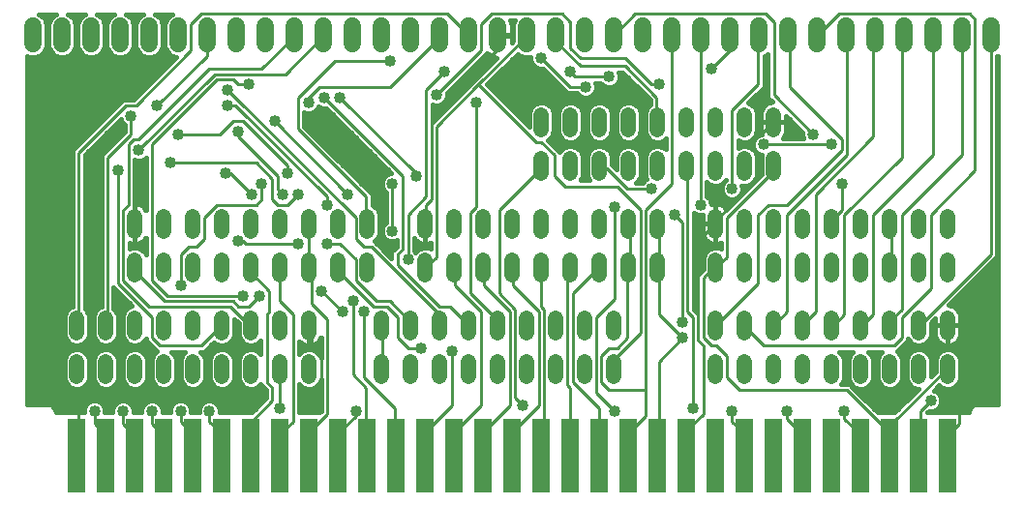
<source format=gbl>
G75*
%MOIN*%
%OFA0B0*%
%FSLAX24Y24*%
%IPPOS*%
%LPD*%
%AMOC8*
5,1,8,0,0,1.08239X$1,22.5*
%
%ADD10R,0.0600X0.2550*%
%ADD11C,0.0520*%
%ADD12C,0.0600*%
%ADD13C,0.0100*%
%ADD14C,0.0400*%
%ADD15C,0.0160*%
D10*
X002180Y001940D03*
X003180Y001940D03*
X004180Y001940D03*
X005180Y001940D03*
X006180Y001940D03*
X007180Y001940D03*
X008180Y001940D03*
X009180Y001940D03*
X010180Y001940D03*
X011180Y001940D03*
X012180Y001940D03*
X013180Y001940D03*
X014180Y001940D03*
X015180Y001940D03*
X016180Y001940D03*
X017180Y001940D03*
X018180Y001940D03*
X019180Y001940D03*
X020180Y001940D03*
X021180Y001940D03*
X022180Y001940D03*
X023180Y001940D03*
X024180Y001940D03*
X025180Y001940D03*
X026180Y001940D03*
X027180Y001940D03*
X028180Y001940D03*
X029180Y001940D03*
X030180Y001940D03*
X031180Y001940D03*
X032180Y001940D03*
D11*
X032180Y004680D02*
X032180Y005200D01*
X031180Y005200D02*
X031180Y004680D01*
X030180Y004680D02*
X030180Y005200D01*
X029180Y005200D02*
X029180Y004680D01*
X028180Y004680D02*
X028180Y005200D01*
X027180Y005200D02*
X027180Y004680D01*
X026180Y004680D02*
X026180Y005200D01*
X025180Y005200D02*
X025180Y004680D01*
X024180Y004680D02*
X024180Y005200D01*
X024180Y006180D02*
X024180Y006700D01*
X025180Y006700D02*
X025180Y006180D01*
X026180Y006180D02*
X026180Y006700D01*
X027180Y006700D02*
X027180Y006180D01*
X028180Y006180D02*
X028180Y006700D01*
X029180Y006700D02*
X029180Y006180D01*
X030180Y006180D02*
X030180Y006700D01*
X031180Y006700D02*
X031180Y006180D01*
X032180Y006180D02*
X032180Y006700D01*
X032180Y008180D02*
X032180Y008700D01*
X031180Y008700D02*
X031180Y008180D01*
X030180Y008180D02*
X030180Y008700D01*
X029180Y008700D02*
X029180Y008180D01*
X028180Y008180D02*
X028180Y008700D01*
X027180Y008700D02*
X027180Y008180D01*
X026180Y008180D02*
X026180Y008700D01*
X025180Y008700D02*
X025180Y008180D01*
X024180Y008180D02*
X024180Y008700D01*
X024180Y009680D02*
X024180Y010200D01*
X025180Y010200D02*
X025180Y009680D01*
X026180Y009680D02*
X026180Y010200D01*
X027180Y010200D02*
X027180Y009680D01*
X028180Y009680D02*
X028180Y010200D01*
X029180Y010200D02*
X029180Y009680D01*
X030180Y009680D02*
X030180Y010200D01*
X031180Y010200D02*
X031180Y009680D01*
X032180Y009680D02*
X032180Y010200D01*
X026180Y011680D02*
X026180Y012200D01*
X025180Y012200D02*
X025180Y011680D01*
X024180Y011680D02*
X024180Y012200D01*
X023180Y012200D02*
X023180Y011680D01*
X022180Y011680D02*
X022180Y012200D01*
X021180Y012200D02*
X021180Y011680D01*
X020180Y011680D02*
X020180Y012200D01*
X019180Y012200D02*
X019180Y011680D01*
X018180Y011680D02*
X018180Y012200D01*
X018180Y013180D02*
X018180Y013700D01*
X019180Y013700D02*
X019180Y013180D01*
X020180Y013180D02*
X020180Y013700D01*
X021180Y013700D02*
X021180Y013180D01*
X022180Y013180D02*
X022180Y013700D01*
X023180Y013700D02*
X023180Y013180D01*
X024180Y013180D02*
X024180Y013700D01*
X025180Y013700D02*
X025180Y013180D01*
X026180Y013180D02*
X026180Y013700D01*
X022180Y010200D02*
X022180Y009680D01*
X021180Y009680D02*
X021180Y010200D01*
X020180Y010200D02*
X020180Y009680D01*
X019180Y009680D02*
X019180Y010200D01*
X018180Y010200D02*
X018180Y009680D01*
X017180Y009680D02*
X017180Y010200D01*
X016180Y010200D02*
X016180Y009680D01*
X015180Y009680D02*
X015180Y010200D01*
X014180Y010200D02*
X014180Y009680D01*
X014180Y008700D02*
X014180Y008180D01*
X015180Y008180D02*
X015180Y008700D01*
X016180Y008700D02*
X016180Y008180D01*
X017180Y008180D02*
X017180Y008700D01*
X018180Y008700D02*
X018180Y008180D01*
X019180Y008180D02*
X019180Y008700D01*
X020180Y008700D02*
X020180Y008180D01*
X021180Y008180D02*
X021180Y008700D01*
X022180Y008700D02*
X022180Y008180D01*
X020680Y006700D02*
X020680Y006180D01*
X019680Y006180D02*
X019680Y006700D01*
X018680Y006700D02*
X018680Y006180D01*
X017680Y006180D02*
X017680Y006700D01*
X016680Y006700D02*
X016680Y006180D01*
X015680Y006180D02*
X015680Y006700D01*
X014680Y006700D02*
X014680Y006180D01*
X013680Y006180D02*
X013680Y006700D01*
X012680Y006700D02*
X012680Y006180D01*
X012680Y005200D02*
X012680Y004680D01*
X013680Y004680D02*
X013680Y005200D01*
X014680Y005200D02*
X014680Y004680D01*
X015680Y004680D02*
X015680Y005200D01*
X016680Y005200D02*
X016680Y004680D01*
X017680Y004680D02*
X017680Y005200D01*
X018680Y005200D02*
X018680Y004680D01*
X019680Y004680D02*
X019680Y005200D01*
X020680Y005200D02*
X020680Y004680D01*
X012180Y008180D02*
X012180Y008700D01*
X011180Y008700D02*
X011180Y008180D01*
X010180Y008180D02*
X010180Y008700D01*
X009180Y008700D02*
X009180Y008180D01*
X008180Y008180D02*
X008180Y008700D01*
X007180Y008700D02*
X007180Y008180D01*
X006180Y008180D02*
X006180Y008700D01*
X005180Y008700D02*
X005180Y008180D01*
X004180Y008180D02*
X004180Y008700D01*
X004180Y009680D02*
X004180Y010200D01*
X005180Y010200D02*
X005180Y009680D01*
X006180Y009680D02*
X006180Y010200D01*
X007180Y010200D02*
X007180Y009680D01*
X008180Y009680D02*
X008180Y010200D01*
X009180Y010200D02*
X009180Y009680D01*
X010180Y009680D02*
X010180Y010200D01*
X011180Y010200D02*
X011180Y009680D01*
X012180Y009680D02*
X012180Y010200D01*
X010180Y006700D02*
X010180Y006180D01*
X009180Y006180D02*
X009180Y006700D01*
X008180Y006700D02*
X008180Y006180D01*
X007180Y006180D02*
X007180Y006700D01*
X006180Y006700D02*
X006180Y006180D01*
X005180Y006180D02*
X005180Y006700D01*
X004180Y006700D02*
X004180Y006180D01*
X003180Y006180D02*
X003180Y006700D01*
X002180Y006700D02*
X002180Y006180D01*
X002180Y005200D02*
X002180Y004680D01*
X003180Y004680D02*
X003180Y005200D01*
X004180Y005200D02*
X004180Y004680D01*
X005180Y004680D02*
X005180Y005200D01*
X006180Y005200D02*
X006180Y004680D01*
X007180Y004680D02*
X007180Y005200D01*
X008180Y005200D02*
X008180Y004680D01*
X009180Y004680D02*
X009180Y005200D01*
X010180Y005200D02*
X010180Y004680D01*
D12*
X009680Y016140D02*
X009680Y016740D01*
X008680Y016740D02*
X008680Y016140D01*
X007680Y016140D02*
X007680Y016740D01*
X006680Y016740D02*
X006680Y016140D01*
X005680Y016140D02*
X005680Y016740D01*
X004680Y016740D02*
X004680Y016140D01*
X003680Y016140D02*
X003680Y016740D01*
X002680Y016740D02*
X002680Y016140D01*
X001680Y016140D02*
X001680Y016740D01*
X000680Y016740D02*
X000680Y016140D01*
X010680Y016140D02*
X010680Y016740D01*
X011680Y016740D02*
X011680Y016140D01*
X012680Y016140D02*
X012680Y016740D01*
X013680Y016740D02*
X013680Y016140D01*
X014680Y016140D02*
X014680Y016740D01*
X015680Y016740D02*
X015680Y016140D01*
X016680Y016140D02*
X016680Y016740D01*
X017680Y016740D02*
X017680Y016140D01*
X018680Y016140D02*
X018680Y016740D01*
X019680Y016740D02*
X019680Y016140D01*
X020680Y016140D02*
X020680Y016740D01*
X021680Y016740D02*
X021680Y016140D01*
X022680Y016140D02*
X022680Y016740D01*
X023680Y016740D02*
X023680Y016140D01*
X024680Y016140D02*
X024680Y016740D01*
X025680Y016740D02*
X025680Y016140D01*
X026680Y016140D02*
X026680Y016740D01*
X027680Y016740D02*
X027680Y016140D01*
X028680Y016140D02*
X028680Y016740D01*
X029680Y016740D02*
X029680Y016140D01*
X030680Y016140D02*
X030680Y016740D01*
X031680Y016740D02*
X031680Y016140D01*
X032680Y016140D02*
X032680Y016740D01*
X033680Y016740D02*
X033680Y016140D01*
D13*
X033660Y016360D02*
X033680Y016440D01*
X033660Y016360D02*
X033660Y008890D01*
X031230Y006460D01*
X031180Y006440D01*
X030600Y006730D02*
X030600Y006010D01*
X030330Y005740D01*
X025830Y005740D01*
X025200Y006370D01*
X025180Y006440D01*
X024210Y006460D02*
X024180Y006440D01*
X024210Y006460D02*
X025650Y007900D01*
X025650Y010240D01*
X026010Y010600D01*
X026640Y010600D01*
X028530Y012490D01*
X028530Y012850D01*
X026730Y014650D01*
X026730Y016360D01*
X026680Y016440D01*
X026190Y016900D02*
X026190Y014380D01*
X027540Y013030D01*
X028170Y012670D02*
X025830Y012670D01*
X025650Y012310D02*
X025470Y012490D01*
X025470Y012850D01*
X025650Y013030D01*
X025740Y013030D01*
X026100Y013390D01*
X026180Y013440D01*
X025650Y014740D02*
X024750Y013840D01*
X024750Y011140D01*
X025650Y011500D02*
X024120Y009970D01*
X024180Y009940D01*
X023580Y009340D01*
X023580Y005920D01*
X023760Y005740D01*
X023760Y003400D01*
X023220Y002860D01*
X023220Y001960D01*
X023180Y001940D01*
X022230Y001960D02*
X022180Y001940D01*
X022230Y001960D02*
X022230Y005200D01*
X023040Y006010D01*
X022230Y006820D01*
X022230Y008440D01*
X022180Y008440D01*
X022230Y008440D02*
X022230Y009880D01*
X022180Y009940D01*
X022770Y010240D02*
X023040Y009970D01*
X023040Y006550D01*
X023400Y006730D02*
X023400Y003580D01*
X024750Y003490D02*
X024750Y003130D01*
X025110Y002770D01*
X025110Y001960D01*
X025180Y001940D01*
X026640Y003220D02*
X027180Y002680D01*
X027180Y001940D01*
X028620Y003220D02*
X029160Y002680D01*
X029160Y001960D01*
X029180Y001940D01*
X030180Y001940D02*
X030240Y003040D01*
X029880Y003040D01*
X028710Y004210D01*
X025020Y004210D01*
X024570Y004660D01*
X024570Y005380D01*
X024210Y005740D01*
X024030Y005740D01*
X023760Y006010D01*
X023760Y008080D01*
X024120Y008440D01*
X024180Y008440D01*
X024210Y008440D01*
X024570Y008800D01*
X024570Y010150D01*
X026100Y011680D01*
X026100Y011860D01*
X026180Y011940D01*
X025650Y012310D02*
X025650Y011500D01*
X027630Y010960D02*
X027630Y006910D01*
X027180Y006460D01*
X027180Y006440D01*
X026640Y006910D02*
X026190Y006460D01*
X026180Y006440D01*
X026640Y006910D02*
X026640Y010240D01*
X028710Y012310D01*
X028710Y016360D01*
X028680Y016440D01*
X029610Y016360D02*
X029680Y016440D01*
X029610Y016360D02*
X029610Y012940D01*
X027630Y010960D01*
X028530Y011320D02*
X028530Y010420D01*
X028260Y010150D01*
X028260Y009970D01*
X028180Y009940D01*
X028620Y010240D02*
X028620Y006820D01*
X028260Y006460D01*
X028180Y006440D01*
X029180Y006440D02*
X029250Y006460D01*
X029610Y006820D01*
X029610Y010240D01*
X031680Y012310D01*
X031680Y016440D01*
X030680Y016440D02*
X030600Y016360D01*
X030600Y012220D01*
X028620Y010240D01*
X030180Y009940D02*
X030240Y009880D01*
X030240Y008440D01*
X030180Y008440D01*
X031590Y007720D02*
X030600Y006730D01*
X030600Y007000D02*
X030240Y006640D01*
X030240Y006460D01*
X030180Y006440D01*
X030600Y007000D02*
X030600Y010240D01*
X032670Y012310D01*
X032670Y016360D01*
X032680Y016440D01*
X033120Y016990D02*
X033120Y011770D01*
X031590Y010240D01*
X031590Y007720D01*
X032180Y006440D02*
X032220Y006370D01*
X032220Y005740D01*
X030870Y005740D01*
X030780Y005650D01*
X032220Y005740D02*
X032580Y005380D01*
X032580Y003040D01*
X032220Y002680D01*
X032220Y001960D01*
X032180Y001940D01*
X031230Y001960D02*
X031180Y001940D01*
X031230Y001960D02*
X031230Y003490D01*
X031590Y003850D01*
X032130Y004930D02*
X030240Y003040D01*
X030240Y001960D01*
X030180Y001940D01*
X028620Y003220D02*
X028620Y003490D01*
X026640Y003490D02*
X026640Y003220D01*
X021780Y003310D02*
X021240Y002770D01*
X021240Y001960D01*
X021180Y001940D01*
X020180Y001940D02*
X020160Y001960D01*
X020160Y003580D01*
X019260Y004480D01*
X019260Y007540D01*
X020160Y008440D01*
X020180Y008440D01*
X019180Y008440D02*
X019170Y008440D01*
X019080Y008350D01*
X019080Y004390D01*
X019170Y004300D01*
X019170Y001960D01*
X019180Y001940D01*
X018270Y002050D02*
X018180Y001960D01*
X018180Y001940D01*
X018270Y002050D02*
X018270Y007000D01*
X018180Y007090D01*
X018180Y008440D01*
X017190Y008440D02*
X017190Y007810D01*
X018090Y006910D01*
X018090Y003670D01*
X017190Y002770D01*
X017190Y001960D01*
X017180Y001940D01*
X016200Y001960D02*
X016180Y001940D01*
X016200Y001960D02*
X016200Y002770D01*
X017100Y003670D01*
X017100Y006910D01*
X016200Y007810D01*
X016200Y008440D01*
X016180Y008440D01*
X015210Y008440D02*
X015210Y007810D01*
X016110Y006910D01*
X016110Y003670D01*
X015210Y002770D01*
X015210Y001960D01*
X015180Y001940D01*
X014220Y001960D02*
X014180Y001940D01*
X014220Y001960D02*
X014220Y002770D01*
X015120Y003670D01*
X015120Y005560D01*
X014040Y005650D02*
X013590Y005650D01*
X013230Y006010D01*
X013230Y006730D01*
X012870Y007090D01*
X012420Y007090D01*
X011250Y008260D01*
X011250Y008440D01*
X011180Y008440D01*
X011790Y008710D02*
X011790Y007990D01*
X012510Y007270D01*
X012960Y007270D01*
X013680Y006550D01*
X013680Y006440D01*
X014670Y006460D02*
X014680Y006440D01*
X014670Y006460D02*
X014670Y006820D01*
X012330Y009160D01*
X012060Y009160D01*
X011790Y009430D01*
X011790Y010150D01*
X007380Y014560D01*
X007560Y014920D02*
X007740Y014740D01*
X008100Y014740D01*
X007560Y014920D02*
X007020Y014920D01*
X004770Y012670D01*
X004770Y007990D01*
X005310Y007450D01*
X007920Y007450D01*
X007740Y007090D02*
X007560Y007270D01*
X005220Y007270D01*
X004230Y008260D01*
X004230Y008440D01*
X004180Y008440D01*
X003780Y007990D02*
X004680Y007090D01*
X007470Y007090D01*
X008100Y006460D01*
X008180Y006440D01*
X008730Y006820D02*
X008730Y004480D01*
X008910Y004300D01*
X008910Y003850D01*
X008190Y003130D01*
X008190Y001960D01*
X008180Y001940D01*
X007180Y001940D02*
X007110Y001960D01*
X007110Y002770D01*
X006750Y003130D01*
X006750Y003490D01*
X006120Y002770D02*
X005760Y003130D01*
X005760Y003490D01*
X004770Y003490D02*
X004770Y003040D01*
X005130Y002680D01*
X005130Y001960D01*
X005180Y001940D01*
X006120Y001960D02*
X006180Y001940D01*
X006120Y001960D02*
X006120Y002770D01*
X004140Y002680D02*
X004140Y001960D01*
X004180Y001940D01*
X003180Y001940D02*
X003150Y001960D01*
X003150Y002680D01*
X002790Y003040D01*
X002790Y003490D01*
X002250Y003490D02*
X002250Y001960D01*
X002180Y001940D01*
X003780Y003040D02*
X004140Y002680D01*
X003780Y003040D02*
X003780Y003490D01*
X003600Y004120D02*
X002880Y004120D01*
X002250Y003490D01*
X003600Y004120D02*
X003600Y007270D01*
X003600Y007900D02*
X004770Y006730D01*
X004770Y006010D01*
X005040Y005740D01*
X006480Y005740D01*
X007180Y006440D01*
X007740Y007090D02*
X008100Y007090D01*
X008460Y007450D01*
X008820Y007630D02*
X008820Y006910D01*
X008730Y006820D01*
X009180Y007270D02*
X009630Y006820D01*
X009630Y003130D01*
X009180Y002680D01*
X009180Y001940D01*
X010180Y001940D02*
X010260Y001960D01*
X010260Y002860D01*
X010800Y003400D01*
X010800Y006640D01*
X010260Y007180D01*
X010260Y008440D01*
X010180Y008440D01*
X010170Y008440D01*
X010170Y009880D01*
X010180Y009940D01*
X009810Y009250D02*
X008010Y009250D01*
X007920Y009340D01*
X007740Y009340D01*
X006570Y009430D02*
X006570Y010150D01*
X007020Y010600D01*
X008370Y010600D01*
X008550Y010780D01*
X008550Y011320D01*
X008910Y011500D02*
X008370Y012040D01*
X005400Y012040D01*
X004320Y012490D02*
X006930Y015100D01*
X009360Y015100D01*
X010620Y016360D01*
X010680Y016440D01*
X009680Y016440D02*
X009630Y016360D01*
X008550Y015280D01*
X006750Y015280D01*
X004320Y012850D01*
X004140Y012850D01*
X003960Y012670D01*
X003960Y010600D01*
X003780Y010420D01*
X003780Y007990D01*
X003600Y007900D02*
X003600Y011770D01*
X003240Y012220D02*
X003240Y006460D01*
X003180Y006440D01*
X002250Y006460D02*
X002180Y006440D01*
X002250Y006460D02*
X002250Y012400D01*
X003870Y014020D01*
X004230Y014020D01*
X006120Y015910D01*
X006120Y016810D01*
X006480Y017170D01*
X014940Y017170D01*
X015660Y016450D01*
X015680Y016440D01*
X016110Y016810D02*
X016110Y015910D01*
X014580Y014380D01*
X014220Y014560D02*
X014220Y010870D01*
X013590Y010240D01*
X013590Y008710D01*
X013230Y008530D02*
X014670Y007090D01*
X015030Y007090D01*
X015680Y006440D01*
X016650Y006460D02*
X016680Y006440D01*
X016650Y006460D02*
X016650Y006640D01*
X015750Y007540D01*
X015750Y010330D01*
X015930Y010510D01*
X015930Y014110D01*
X016020Y014740D02*
X018000Y012760D01*
X018180Y012760D01*
X018630Y012310D01*
X018630Y011590D01*
X018990Y011230D01*
X020790Y011230D01*
X021600Y010420D01*
X021600Y006190D01*
X020700Y005290D01*
X020700Y005020D01*
X020680Y004940D01*
X020250Y005380D02*
X020250Y004480D01*
X020520Y004210D01*
X021780Y004210D01*
X021780Y010420D01*
X022680Y011320D01*
X022680Y016440D01*
X023670Y016360D02*
X023680Y016440D01*
X023670Y016360D02*
X023670Y010600D01*
X021960Y011140D02*
X021150Y011140D01*
X020430Y011860D01*
X020250Y011860D01*
X020180Y011940D01*
X018180Y011940D02*
X018180Y011860D01*
X016740Y010420D01*
X016740Y007540D01*
X017280Y007000D01*
X017280Y003940D01*
X017550Y003670D01*
X020070Y004120D02*
X020700Y003490D01*
X021780Y003310D02*
X021780Y004210D01*
X020070Y004120D02*
X020070Y006730D01*
X020700Y007360D01*
X020700Y010510D01*
X021180Y009940D02*
X021240Y009880D01*
X021240Y008440D01*
X021180Y008440D01*
X021150Y008440D01*
X021150Y006010D01*
X020790Y005650D01*
X020520Y005650D01*
X020250Y005380D01*
X023220Y006910D02*
X023400Y006730D01*
X023220Y006910D02*
X023220Y011860D01*
X023180Y011940D01*
X022180Y013440D02*
X022140Y013480D01*
X022140Y014290D01*
X021060Y015370D01*
X019530Y015370D01*
X018720Y016180D01*
X018720Y016360D01*
X018680Y016440D01*
X019170Y016000D02*
X019170Y016900D01*
X018900Y017170D01*
X016470Y017170D01*
X016110Y016810D01*
X016680Y016440D02*
X016650Y016360D01*
X016650Y015910D01*
X014580Y013840D01*
X014400Y013660D01*
X014400Y010780D01*
X014220Y010600D01*
X014220Y009970D01*
X014180Y009940D01*
X013050Y009700D02*
X013050Y011320D01*
X013410Y011590D02*
X013410Y009070D01*
X013230Y008890D01*
X013230Y008530D01*
X014180Y008440D02*
X014220Y008440D01*
X014580Y008800D01*
X014580Y013300D01*
X016020Y014740D01*
X017640Y016360D01*
X017680Y016440D01*
X019170Y016000D02*
X019530Y015640D01*
X021060Y015640D01*
X021960Y014740D01*
X022230Y014740D01*
X021780Y014110D02*
X019170Y014110D01*
X017730Y015550D01*
X017550Y015550D01*
X018180Y015640D02*
X019170Y014650D01*
X019710Y014650D01*
X019350Y015010D02*
X019170Y015190D01*
X019350Y015010D02*
X020520Y015010D01*
X020680Y016440D02*
X020700Y016450D01*
X021420Y017170D01*
X025920Y017170D01*
X026190Y016900D01*
X025680Y016440D02*
X025650Y016360D01*
X025650Y014740D01*
X024660Y015910D02*
X024030Y015280D01*
X024660Y015910D02*
X024660Y016360D01*
X024680Y016440D01*
X027680Y016440D02*
X027720Y016450D01*
X028440Y017170D01*
X032940Y017170D01*
X033120Y016990D01*
X017190Y008440D02*
X017180Y008440D01*
X015210Y008440D02*
X015180Y008440D01*
X012690Y009340D02*
X012690Y011770D01*
X013410Y011590D02*
X010710Y014290D01*
X010530Y014650D02*
X010170Y014290D01*
X010170Y014110D01*
X009810Y014290D02*
X009810Y013210D01*
X012150Y010870D01*
X012150Y009970D01*
X012180Y009940D01*
X011250Y009250D02*
X010800Y009250D01*
X011250Y009250D02*
X011790Y008710D01*
X010620Y007630D02*
X011340Y006910D01*
X011700Y007270D02*
X011700Y004750D01*
X012150Y004300D01*
X012150Y001960D01*
X012180Y001940D01*
X011250Y001960D02*
X011180Y001940D01*
X011250Y001960D02*
X011250Y002770D01*
X011790Y003310D01*
X011790Y003490D01*
X012060Y004660D02*
X013140Y003580D01*
X013140Y001960D01*
X013180Y001940D01*
X009180Y003580D02*
X009180Y004940D01*
X010260Y005740D02*
X010620Y005380D01*
X010620Y004480D01*
X010260Y004120D01*
X008550Y004120D02*
X003600Y004120D01*
X009180Y007270D02*
X009180Y008440D01*
X008820Y007630D02*
X008190Y008260D01*
X008190Y008440D01*
X008180Y008440D01*
X006570Y009430D02*
X006300Y009160D01*
X006030Y009160D01*
X005760Y008890D01*
X005760Y007810D01*
X010180Y006440D02*
X010260Y006370D01*
X010260Y005740D01*
X012060Y004660D02*
X012060Y006910D01*
X012680Y006440D02*
X012690Y006370D01*
X012690Y005020D01*
X012680Y004940D01*
X010800Y010600D02*
X010800Y010870D01*
X007650Y014020D01*
X007380Y014020D01*
X007560Y013480D02*
X007920Y013480D01*
X009450Y011950D01*
X009450Y011680D01*
X009090Y011590D02*
X009090Y011140D01*
X009270Y010960D01*
X008910Y010780D02*
X008910Y011500D01*
X009090Y011590D02*
X007740Y012940D01*
X007740Y013120D01*
X007560Y013480D02*
X007110Y013030D01*
X005670Y013030D01*
X004050Y013030D02*
X003240Y012220D01*
X004050Y013030D02*
X004050Y013660D01*
X004950Y014020D02*
X006660Y015730D01*
X006660Y016360D01*
X006680Y016440D01*
X010530Y014650D02*
X012960Y014650D01*
X014670Y016360D01*
X014680Y016440D01*
X012960Y015550D02*
X011070Y015550D01*
X009810Y014290D01*
X011250Y014290D02*
X013860Y011680D01*
X013860Y011590D01*
X011520Y010960D02*
X009000Y013480D01*
X007470Y011680D02*
X007290Y011680D01*
X007470Y011680D02*
X008190Y010960D01*
X008910Y010780D02*
X009090Y010600D01*
X009450Y010600D01*
X009810Y010960D01*
X014220Y014560D02*
X014850Y015190D01*
X032130Y004930D02*
X032180Y004940D01*
D14*
X030780Y005650D03*
X031590Y003850D03*
X028620Y003490D03*
X026640Y003490D03*
X024750Y003490D03*
X023400Y003580D03*
X020700Y003490D03*
X017550Y003670D03*
X015120Y005560D03*
X014040Y005650D03*
X012060Y006910D03*
X011700Y007270D03*
X011340Y006910D03*
X010620Y007630D03*
X008460Y007450D03*
X007920Y007450D03*
X005760Y007810D03*
X003600Y007270D03*
X007740Y009340D03*
X009810Y009250D03*
X010800Y009250D03*
X012690Y009340D03*
X013050Y009700D03*
X013590Y008710D03*
X010800Y010600D03*
X009810Y010960D03*
X009270Y010960D03*
X008550Y011320D03*
X008190Y010960D03*
X007290Y011680D03*
X005400Y012040D03*
X004320Y012490D03*
X003600Y011770D03*
X005670Y013030D03*
X004050Y013660D03*
X004950Y014020D03*
X007380Y014020D03*
X007380Y014560D03*
X008100Y014740D03*
X010170Y014110D03*
X010710Y014290D03*
X011250Y014290D03*
X012960Y015550D03*
X014850Y015190D03*
X014580Y014380D03*
X014580Y013840D03*
X015930Y014110D03*
X017550Y015550D03*
X018180Y015640D03*
X019170Y015190D03*
X019710Y014650D03*
X020520Y015010D03*
X021780Y014110D03*
X022230Y014740D03*
X024030Y015280D03*
X027540Y013030D03*
X028170Y012670D03*
X025830Y012670D03*
X028530Y011320D03*
X024750Y011140D03*
X023670Y010600D03*
X022770Y010240D03*
X021960Y011140D03*
X020700Y010510D03*
X013860Y011590D03*
X013050Y011320D03*
X012690Y011770D03*
X011520Y010960D03*
X009450Y011680D03*
X007740Y013120D03*
X009000Y013480D03*
X023040Y006550D03*
X023040Y006010D03*
X011790Y003490D03*
X010260Y004120D03*
X009180Y003580D03*
X008550Y004120D03*
X006750Y003490D03*
X005760Y003490D03*
X004770Y003490D03*
X003780Y003490D03*
X002790Y003490D03*
D15*
X003150Y003440D02*
X003150Y003562D01*
X003095Y003694D01*
X002994Y003795D01*
X002862Y003850D01*
X002718Y003850D01*
X002586Y003795D01*
X002485Y003694D01*
X002430Y003562D01*
X002430Y003440D01*
X001460Y003440D01*
X001460Y003496D01*
X001417Y003599D01*
X001339Y003677D01*
X001236Y003720D01*
X000460Y003720D01*
X000460Y015733D01*
X000588Y015680D01*
X000771Y015680D01*
X000941Y015750D01*
X001070Y015879D01*
X001140Y016048D01*
X001140Y016831D01*
X001070Y017001D01*
X000941Y017130D01*
X000878Y017156D01*
X001482Y017156D01*
X001419Y017130D01*
X001290Y017001D01*
X001220Y016831D01*
X001220Y016048D01*
X001290Y015879D01*
X001419Y015750D01*
X001588Y015680D01*
X001771Y015680D01*
X001941Y015750D01*
X002070Y015879D01*
X002140Y016048D01*
X002140Y016831D01*
X002070Y017001D01*
X001941Y017130D01*
X001878Y017156D01*
X002482Y017156D01*
X002419Y017130D01*
X002290Y017001D01*
X002220Y016831D01*
X002220Y016048D01*
X002290Y015879D01*
X002419Y015750D01*
X002588Y015680D01*
X002771Y015680D01*
X002941Y015750D01*
X003070Y015879D01*
X003140Y016048D01*
X003140Y016831D01*
X003070Y017001D01*
X002941Y017130D01*
X002878Y017156D01*
X003482Y017156D01*
X003419Y017130D01*
X003290Y017001D01*
X003220Y016831D01*
X003220Y016048D01*
X003290Y015879D01*
X003419Y015750D01*
X003588Y015680D01*
X003771Y015680D01*
X003941Y015750D01*
X004070Y015879D01*
X004140Y016048D01*
X004140Y016831D01*
X004070Y017001D01*
X003941Y017130D01*
X003878Y017156D01*
X004482Y017156D01*
X004419Y017130D01*
X004290Y017001D01*
X004220Y016831D01*
X004220Y016048D01*
X004290Y015879D01*
X004419Y015750D01*
X004588Y015680D01*
X004771Y015680D01*
X004941Y015750D01*
X005070Y015879D01*
X005140Y016048D01*
X005140Y016831D01*
X005070Y017001D01*
X004941Y017130D01*
X004878Y017156D01*
X005482Y017156D01*
X005419Y017130D01*
X005290Y017001D01*
X005220Y016831D01*
X005220Y016048D01*
X005290Y015879D01*
X005419Y015750D01*
X005588Y015680D01*
X005593Y015680D01*
X004143Y014230D01*
X003783Y014230D01*
X002163Y012610D01*
X002040Y012487D01*
X002040Y007097D01*
X001942Y007056D01*
X001824Y006938D01*
X001760Y006784D01*
X001760Y006096D01*
X001824Y005942D01*
X001942Y005824D01*
X002096Y005760D01*
X002264Y005760D01*
X002418Y005824D01*
X002536Y005942D01*
X002600Y006096D01*
X002600Y006784D01*
X002536Y006938D01*
X002460Y007014D01*
X002460Y012313D01*
X003703Y013556D01*
X003745Y013456D01*
X003840Y013361D01*
X003840Y013117D01*
X003153Y012430D01*
X003030Y012307D01*
X003030Y007092D01*
X002942Y007056D01*
X002824Y006938D01*
X002760Y006784D01*
X002760Y006096D01*
X002824Y005942D01*
X002942Y005824D01*
X003096Y005760D01*
X003264Y005760D01*
X003418Y005824D01*
X003536Y005942D01*
X003600Y006096D01*
X003600Y006784D01*
X003536Y006938D01*
X003450Y007024D01*
X003450Y007753D01*
X004087Y007116D01*
X003942Y007056D01*
X003824Y006938D01*
X003760Y006784D01*
X003760Y006096D01*
X003824Y005942D01*
X003942Y005824D01*
X004096Y005760D01*
X004264Y005760D01*
X004418Y005824D01*
X004536Y005942D01*
X004560Y006000D01*
X004560Y005923D01*
X004830Y005653D01*
X004935Y005548D01*
X004824Y005438D01*
X004760Y005284D01*
X004760Y004596D01*
X004824Y004442D01*
X004942Y004324D01*
X005096Y004260D01*
X005264Y004260D01*
X005418Y004324D01*
X005536Y004442D01*
X005600Y004596D01*
X005600Y005284D01*
X005536Y005438D01*
X005444Y005530D01*
X005916Y005530D01*
X005824Y005438D01*
X005760Y005284D01*
X005760Y004596D01*
X005824Y004442D01*
X005942Y004324D01*
X006096Y004260D01*
X006264Y004260D01*
X006418Y004324D01*
X006536Y004442D01*
X006600Y004596D01*
X006600Y005284D01*
X006536Y005438D01*
X006444Y005530D01*
X006567Y005530D01*
X006902Y005865D01*
X006942Y005824D01*
X007096Y005760D01*
X007264Y005760D01*
X007418Y005824D01*
X007536Y005942D01*
X007600Y006096D01*
X007600Y006663D01*
X007760Y006503D01*
X007760Y006096D01*
X007824Y005942D01*
X007942Y005824D01*
X008096Y005760D01*
X008264Y005760D01*
X008418Y005824D01*
X008520Y005926D01*
X008520Y005454D01*
X008418Y005556D01*
X008264Y005620D01*
X008096Y005620D01*
X007942Y005556D01*
X007824Y005438D01*
X007760Y005284D01*
X007760Y004596D01*
X007824Y004442D01*
X007942Y004324D01*
X008096Y004260D01*
X008264Y004260D01*
X008418Y004324D01*
X008520Y004426D01*
X008520Y004393D01*
X008700Y004213D01*
X008700Y003937D01*
X008203Y003440D01*
X007110Y003440D01*
X007110Y003562D01*
X007055Y003694D01*
X006954Y003795D01*
X006822Y003850D01*
X006678Y003850D01*
X006546Y003795D01*
X006445Y003694D01*
X006390Y003562D01*
X006390Y003440D01*
X006120Y003440D01*
X006120Y003562D01*
X006065Y003694D01*
X005964Y003795D01*
X005832Y003850D01*
X005688Y003850D01*
X005556Y003795D01*
X005455Y003694D01*
X005400Y003562D01*
X005400Y003440D01*
X005130Y003440D01*
X005130Y003562D01*
X005075Y003694D01*
X004974Y003795D01*
X004842Y003850D01*
X004698Y003850D01*
X004566Y003795D01*
X004465Y003694D01*
X004410Y003562D01*
X004410Y003440D01*
X004140Y003440D01*
X004140Y003562D01*
X004085Y003694D01*
X003984Y003795D01*
X003852Y003850D01*
X003708Y003850D01*
X003576Y003795D01*
X003475Y003694D01*
X003420Y003562D01*
X003420Y003440D01*
X003150Y003440D01*
X003150Y003561D02*
X003420Y003561D01*
X003500Y003720D02*
X003070Y003720D01*
X002510Y003720D02*
X001237Y003720D01*
X001433Y003561D02*
X002430Y003561D01*
X002264Y004260D02*
X002418Y004324D01*
X002536Y004442D01*
X002600Y004596D01*
X002600Y005284D01*
X002536Y005438D01*
X002418Y005556D01*
X002264Y005620D01*
X002096Y005620D01*
X001942Y005556D01*
X001824Y005438D01*
X001760Y005284D01*
X001760Y004596D01*
X001824Y004442D01*
X001942Y004324D01*
X002096Y004260D01*
X002264Y004260D01*
X002447Y004354D02*
X002913Y004354D01*
X002942Y004324D02*
X003096Y004260D01*
X003264Y004260D01*
X003418Y004324D01*
X003536Y004442D01*
X003600Y004596D01*
X003600Y005284D01*
X003536Y005438D01*
X003418Y005556D01*
X003264Y005620D01*
X003096Y005620D01*
X002942Y005556D01*
X002824Y005438D01*
X002760Y005284D01*
X002760Y004596D01*
X002824Y004442D01*
X002942Y004324D01*
X002795Y004512D02*
X002565Y004512D01*
X002600Y004671D02*
X002760Y004671D01*
X002760Y004829D02*
X002600Y004829D01*
X002600Y004988D02*
X002760Y004988D01*
X002760Y005146D02*
X002600Y005146D01*
X002591Y005305D02*
X002769Y005305D01*
X002849Y005463D02*
X002511Y005463D01*
X002312Y005780D02*
X003048Y005780D01*
X003312Y005780D02*
X004048Y005780D01*
X004096Y005620D02*
X003942Y005556D01*
X003824Y005438D01*
X003760Y005284D01*
X003760Y004596D01*
X003824Y004442D01*
X003942Y004324D01*
X004096Y004260D01*
X004264Y004260D01*
X004418Y004324D01*
X004536Y004442D01*
X004600Y004596D01*
X004600Y005284D01*
X004536Y005438D01*
X004418Y005556D01*
X004264Y005620D01*
X004096Y005620D01*
X004312Y005780D02*
X004703Y005780D01*
X004560Y005939D02*
X004532Y005939D01*
X004862Y005622D02*
X000460Y005622D01*
X000460Y005780D02*
X002048Y005780D01*
X001828Y005939D02*
X000460Y005939D01*
X000460Y006097D02*
X001760Y006097D01*
X001760Y006256D02*
X000460Y006256D01*
X000460Y006414D02*
X001760Y006414D01*
X001760Y006573D02*
X000460Y006573D01*
X000460Y006731D02*
X001760Y006731D01*
X001804Y006890D02*
X000460Y006890D01*
X000460Y007048D02*
X001934Y007048D01*
X002040Y007207D02*
X000460Y007207D01*
X000460Y007365D02*
X002040Y007365D01*
X002040Y007524D02*
X000460Y007524D01*
X000460Y007682D02*
X002040Y007682D01*
X002040Y007841D02*
X000460Y007841D01*
X000460Y007999D02*
X002040Y007999D01*
X002040Y008158D02*
X000460Y008158D01*
X000460Y008316D02*
X002040Y008316D01*
X002040Y008475D02*
X000460Y008475D01*
X000460Y008633D02*
X002040Y008633D01*
X002040Y008792D02*
X000460Y008792D01*
X000460Y008950D02*
X002040Y008950D01*
X002040Y009109D02*
X000460Y009109D01*
X000460Y009267D02*
X002040Y009267D01*
X002040Y009426D02*
X000460Y009426D01*
X000460Y009584D02*
X002040Y009584D01*
X002040Y009743D02*
X000460Y009743D01*
X000460Y009901D02*
X002040Y009901D01*
X002040Y010060D02*
X000460Y010060D01*
X000460Y010218D02*
X002040Y010218D01*
X002040Y010377D02*
X000460Y010377D01*
X000460Y010535D02*
X002040Y010535D01*
X002040Y010694D02*
X000460Y010694D01*
X000460Y010852D02*
X002040Y010852D01*
X002040Y011011D02*
X000460Y011011D01*
X000460Y011169D02*
X002040Y011169D01*
X002040Y011328D02*
X000460Y011328D01*
X000460Y011486D02*
X002040Y011486D01*
X002040Y011645D02*
X000460Y011645D01*
X000460Y011803D02*
X002040Y011803D01*
X002040Y011962D02*
X000460Y011962D01*
X000460Y012120D02*
X002040Y012120D01*
X002040Y012279D02*
X000460Y012279D01*
X000460Y012437D02*
X002040Y012437D01*
X002149Y012596D02*
X000460Y012596D01*
X000460Y012754D02*
X002307Y012754D01*
X002466Y012913D02*
X000460Y012913D01*
X000460Y013071D02*
X002624Y013071D01*
X002783Y013230D02*
X000460Y013230D01*
X000460Y013388D02*
X002941Y013388D01*
X003100Y013547D02*
X000460Y013547D01*
X000460Y013705D02*
X003258Y013705D01*
X003417Y013864D02*
X000460Y013864D01*
X000460Y014022D02*
X003575Y014022D01*
X003734Y014181D02*
X000460Y014181D01*
X000460Y014339D02*
X004252Y014339D01*
X004411Y014498D02*
X000460Y014498D01*
X000460Y014656D02*
X004569Y014656D01*
X004728Y014815D02*
X000460Y014815D01*
X000460Y014973D02*
X004886Y014973D01*
X005045Y015132D02*
X000460Y015132D01*
X000460Y015290D02*
X005203Y015290D01*
X005362Y015449D02*
X000460Y015449D01*
X000460Y015607D02*
X005520Y015607D01*
X005404Y015766D02*
X004956Y015766D01*
X005088Y015924D02*
X005272Y015924D01*
X005220Y016083D02*
X005140Y016083D01*
X005140Y016241D02*
X005220Y016241D01*
X005220Y016400D02*
X005140Y016400D01*
X005140Y016558D02*
X005220Y016558D01*
X005220Y016717D02*
X005140Y016717D01*
X005122Y016875D02*
X005238Y016875D01*
X005323Y017034D02*
X005037Y017034D01*
X004323Y017034D02*
X004037Y017034D01*
X004122Y016875D02*
X004238Y016875D01*
X004220Y016717D02*
X004140Y016717D01*
X004140Y016558D02*
X004220Y016558D01*
X004220Y016400D02*
X004140Y016400D01*
X004140Y016241D02*
X004220Y016241D01*
X004220Y016083D02*
X004140Y016083D01*
X004088Y015924D02*
X004272Y015924D01*
X004404Y015766D02*
X003956Y015766D01*
X003404Y015766D02*
X002956Y015766D01*
X003088Y015924D02*
X003272Y015924D01*
X003220Y016083D02*
X003140Y016083D01*
X003140Y016241D02*
X003220Y016241D01*
X003220Y016400D02*
X003140Y016400D01*
X003140Y016558D02*
X003220Y016558D01*
X003220Y016717D02*
X003140Y016717D01*
X003122Y016875D02*
X003238Y016875D01*
X003323Y017034D02*
X003037Y017034D01*
X002323Y017034D02*
X002037Y017034D01*
X002122Y016875D02*
X002238Y016875D01*
X002220Y016717D02*
X002140Y016717D01*
X002140Y016558D02*
X002220Y016558D01*
X002220Y016400D02*
X002140Y016400D01*
X002140Y016241D02*
X002220Y016241D01*
X002220Y016083D02*
X002140Y016083D01*
X002088Y015924D02*
X002272Y015924D01*
X002404Y015766D02*
X001956Y015766D01*
X001404Y015766D02*
X000956Y015766D01*
X001088Y015924D02*
X001272Y015924D01*
X001220Y016083D02*
X001140Y016083D01*
X001140Y016241D02*
X001220Y016241D01*
X001220Y016400D02*
X001140Y016400D01*
X001140Y016558D02*
X001220Y016558D01*
X001220Y016717D02*
X001140Y016717D01*
X001122Y016875D02*
X001238Y016875D01*
X001323Y017034D02*
X001037Y017034D01*
X003694Y013547D02*
X003707Y013547D01*
X003813Y013388D02*
X003535Y013388D01*
X003377Y013230D02*
X003840Y013230D01*
X003794Y013071D02*
X003218Y013071D01*
X003060Y012913D02*
X003636Y012913D01*
X003477Y012754D02*
X002901Y012754D01*
X002743Y012596D02*
X003319Y012596D01*
X003160Y012437D02*
X002584Y012437D01*
X002460Y012279D02*
X003030Y012279D01*
X003030Y012120D02*
X002460Y012120D01*
X002460Y011962D02*
X003030Y011962D01*
X003030Y011803D02*
X002460Y011803D01*
X002460Y011645D02*
X003030Y011645D01*
X003030Y011486D02*
X002460Y011486D01*
X002460Y011328D02*
X003030Y011328D01*
X003030Y011169D02*
X002460Y011169D01*
X002460Y011011D02*
X003030Y011011D01*
X003030Y010852D02*
X002460Y010852D01*
X002460Y010694D02*
X003030Y010694D01*
X003030Y010535D02*
X002460Y010535D01*
X002460Y010377D02*
X003030Y010377D01*
X003030Y010218D02*
X002460Y010218D01*
X002460Y010060D02*
X003030Y010060D01*
X003030Y009901D02*
X002460Y009901D01*
X002460Y009743D02*
X003030Y009743D01*
X003030Y009584D02*
X002460Y009584D01*
X002460Y009426D02*
X003030Y009426D01*
X003030Y009267D02*
X002460Y009267D01*
X002460Y009109D02*
X003030Y009109D01*
X003030Y008950D02*
X002460Y008950D01*
X002460Y008792D02*
X003030Y008792D01*
X003030Y008633D02*
X002460Y008633D01*
X002460Y008475D02*
X003030Y008475D01*
X003030Y008316D02*
X002460Y008316D01*
X002460Y008158D02*
X003030Y008158D01*
X003030Y007999D02*
X002460Y007999D01*
X002460Y007841D02*
X003030Y007841D01*
X003030Y007682D02*
X002460Y007682D01*
X002460Y007524D02*
X003030Y007524D01*
X003030Y007365D02*
X002460Y007365D01*
X002460Y007207D02*
X003030Y007207D01*
X002934Y007048D02*
X002460Y007048D01*
X002556Y006890D02*
X002804Y006890D01*
X002760Y006731D02*
X002600Y006731D01*
X002600Y006573D02*
X002760Y006573D01*
X002760Y006414D02*
X002600Y006414D01*
X002600Y006256D02*
X002760Y006256D01*
X002760Y006097D02*
X002600Y006097D01*
X002532Y005939D02*
X002828Y005939D01*
X003532Y005939D02*
X003828Y005939D01*
X003760Y006097D02*
X003600Y006097D01*
X003600Y006256D02*
X003760Y006256D01*
X003760Y006414D02*
X003600Y006414D01*
X003600Y006573D02*
X003760Y006573D01*
X003760Y006731D02*
X003600Y006731D01*
X003556Y006890D02*
X003804Y006890D01*
X003934Y007048D02*
X003450Y007048D01*
X003450Y007207D02*
X003997Y007207D01*
X003838Y007365D02*
X003450Y007365D01*
X003450Y007524D02*
X003680Y007524D01*
X003521Y007682D02*
X003450Y007682D01*
X004560Y008880D02*
X004536Y008938D01*
X004418Y009056D01*
X004264Y009120D01*
X004096Y009120D01*
X003990Y009076D01*
X003990Y009283D01*
X004011Y009272D01*
X004077Y009251D01*
X004145Y009240D01*
X004180Y009240D01*
X004215Y009240D01*
X004283Y009251D01*
X004349Y009272D01*
X004411Y009304D01*
X004467Y009344D01*
X004516Y009393D01*
X004556Y009449D01*
X004560Y009457D01*
X004560Y008880D01*
X004560Y008950D02*
X004524Y008950D01*
X004560Y009109D02*
X004291Y009109D01*
X004333Y009267D02*
X004560Y009267D01*
X004560Y009426D02*
X004539Y009426D01*
X004180Y009426D02*
X004180Y009426D01*
X004180Y009584D02*
X004180Y009584D01*
X004180Y009743D02*
X004180Y009743D01*
X004180Y009901D02*
X004180Y009901D01*
X004180Y009940D02*
X004180Y009240D01*
X004180Y009940D01*
X004180Y009940D01*
X004180Y010640D01*
X004215Y010640D01*
X004283Y010629D01*
X004349Y010608D01*
X004411Y010576D01*
X004467Y010536D01*
X004516Y010487D01*
X004556Y010431D01*
X004560Y010423D01*
X004560Y012221D01*
X004524Y012185D01*
X004392Y012130D01*
X004248Y012130D01*
X004170Y012162D01*
X004170Y010640D01*
X004180Y010640D01*
X004180Y009940D01*
X004180Y009940D01*
X004180Y010060D02*
X004180Y010060D01*
X004180Y010218D02*
X004180Y010218D01*
X004180Y010377D02*
X004180Y010377D01*
X004180Y010535D02*
X004180Y010535D01*
X004170Y010694D02*
X004560Y010694D01*
X004560Y010852D02*
X004170Y010852D01*
X004170Y011011D02*
X004560Y011011D01*
X004560Y011169D02*
X004170Y011169D01*
X004170Y011328D02*
X004560Y011328D01*
X004560Y011486D02*
X004170Y011486D01*
X004170Y011645D02*
X004560Y011645D01*
X004560Y011803D02*
X004170Y011803D01*
X004170Y011962D02*
X004560Y011962D01*
X004560Y012120D02*
X004170Y012120D01*
X004467Y010535D02*
X004560Y010535D01*
X004180Y009267D02*
X004180Y009267D01*
X004027Y009267D02*
X003990Y009267D01*
X003990Y009109D02*
X004069Y009109D01*
X007600Y006573D02*
X007691Y006573D01*
X007760Y006414D02*
X007600Y006414D01*
X007600Y006256D02*
X007760Y006256D01*
X007760Y006097D02*
X007600Y006097D01*
X007532Y005939D02*
X007828Y005939D01*
X008048Y005780D02*
X007312Y005780D01*
X007264Y005620D02*
X007096Y005620D01*
X006942Y005556D01*
X006824Y005438D01*
X006760Y005284D01*
X006760Y004596D01*
X006824Y004442D01*
X006942Y004324D01*
X007096Y004260D01*
X007264Y004260D01*
X007418Y004324D01*
X007536Y004442D01*
X007600Y004596D01*
X007600Y005284D01*
X007536Y005438D01*
X007418Y005556D01*
X007264Y005620D01*
X007048Y005780D02*
X006817Y005780D01*
X006658Y005622D02*
X008520Y005622D01*
X008520Y005780D02*
X008312Y005780D01*
X008511Y005463D02*
X008520Y005463D01*
X007849Y005463D02*
X007511Y005463D01*
X007591Y005305D02*
X007769Y005305D01*
X007760Y005146D02*
X007600Y005146D01*
X007600Y004988D02*
X007760Y004988D01*
X007760Y004829D02*
X007600Y004829D01*
X007600Y004671D02*
X007760Y004671D01*
X007795Y004512D02*
X007565Y004512D01*
X007447Y004354D02*
X007913Y004354D01*
X008447Y004354D02*
X008560Y004354D01*
X008700Y004195D02*
X000460Y004195D01*
X000460Y004037D02*
X008700Y004037D01*
X008641Y003878D02*
X000460Y003878D01*
X000460Y004354D02*
X001913Y004354D01*
X001795Y004512D02*
X000460Y004512D01*
X000460Y004671D02*
X001760Y004671D01*
X001760Y004829D02*
X000460Y004829D01*
X000460Y004988D02*
X001760Y004988D01*
X001760Y005146D02*
X000460Y005146D01*
X000460Y005305D02*
X001769Y005305D01*
X001849Y005463D02*
X000460Y005463D01*
X003447Y004354D02*
X003913Y004354D01*
X003795Y004512D02*
X003565Y004512D01*
X003600Y004671D02*
X003760Y004671D01*
X003760Y004829D02*
X003600Y004829D01*
X003600Y004988D02*
X003760Y004988D01*
X003760Y005146D02*
X003600Y005146D01*
X003591Y005305D02*
X003769Y005305D01*
X003849Y005463D02*
X003511Y005463D01*
X004511Y005463D02*
X004849Y005463D01*
X004769Y005305D02*
X004591Y005305D01*
X004600Y005146D02*
X004760Y005146D01*
X004760Y004988D02*
X004600Y004988D01*
X004600Y004829D02*
X004760Y004829D01*
X004760Y004671D02*
X004600Y004671D01*
X004565Y004512D02*
X004795Y004512D01*
X004913Y004354D02*
X004447Y004354D01*
X004490Y003720D02*
X004060Y003720D01*
X004140Y003561D02*
X004410Y003561D01*
X005050Y003720D02*
X005480Y003720D01*
X005400Y003561D02*
X005130Y003561D01*
X006040Y003720D02*
X006470Y003720D01*
X006390Y003561D02*
X006120Y003561D01*
X007030Y003720D02*
X008483Y003720D01*
X008324Y003561D02*
X007110Y003561D01*
X006913Y004354D02*
X006447Y004354D01*
X006565Y004512D02*
X006795Y004512D01*
X006760Y004671D02*
X006600Y004671D01*
X006600Y004829D02*
X006760Y004829D01*
X006760Y004988D02*
X006600Y004988D01*
X006600Y005146D02*
X006760Y005146D01*
X006769Y005305D02*
X006591Y005305D01*
X006511Y005463D02*
X006849Y005463D01*
X005849Y005463D02*
X005511Y005463D01*
X005591Y005305D02*
X005769Y005305D01*
X005760Y005146D02*
X005600Y005146D01*
X005600Y004988D02*
X005760Y004988D01*
X005760Y004829D02*
X005600Y004829D01*
X005600Y004671D02*
X005760Y004671D01*
X005795Y004512D02*
X005565Y004512D01*
X005447Y004354D02*
X005913Y004354D01*
X009840Y004354D02*
X009913Y004354D01*
X009942Y004324D02*
X010096Y004260D01*
X010264Y004260D01*
X010418Y004324D01*
X010536Y004442D01*
X010590Y004572D01*
X010590Y003487D01*
X010543Y003440D01*
X009840Y003440D01*
X009840Y004426D01*
X009942Y004324D01*
X009840Y004195D02*
X010590Y004195D01*
X010590Y004037D02*
X009840Y004037D01*
X009840Y003878D02*
X010590Y003878D01*
X010590Y003720D02*
X009840Y003720D01*
X009840Y003561D02*
X010590Y003561D01*
X010590Y004354D02*
X010447Y004354D01*
X010565Y004512D02*
X010590Y004512D01*
X010590Y005308D02*
X010536Y005438D01*
X010418Y005556D01*
X010264Y005620D01*
X010096Y005620D01*
X009942Y005556D01*
X009840Y005454D01*
X009840Y005899D01*
X009844Y005893D01*
X009893Y005844D01*
X009949Y005804D01*
X010011Y005772D01*
X010077Y005751D01*
X010145Y005740D01*
X010180Y005740D01*
X010215Y005740D01*
X010283Y005751D01*
X010349Y005772D01*
X010411Y005804D01*
X010467Y005844D01*
X010516Y005893D01*
X010556Y005949D01*
X010588Y006011D01*
X010590Y006018D01*
X010590Y005308D01*
X010590Y005463D02*
X010511Y005463D01*
X010590Y005622D02*
X009840Y005622D01*
X009840Y005780D02*
X009996Y005780D01*
X010180Y005780D02*
X010180Y005780D01*
X010180Y005740D02*
X010180Y006440D01*
X010180Y006440D01*
X010180Y005740D01*
X010364Y005780D02*
X010590Y005780D01*
X010590Y005939D02*
X010548Y005939D01*
X010180Y005939D02*
X010180Y005939D01*
X010180Y006097D02*
X010180Y006097D01*
X010180Y006256D02*
X010180Y006256D01*
X010180Y006414D02*
X010180Y006414D01*
X009849Y005463D02*
X009840Y005463D01*
X013020Y008767D02*
X012440Y009347D01*
X012536Y009442D01*
X012600Y009596D01*
X012600Y010284D01*
X012536Y010438D01*
X012418Y010556D01*
X012360Y010580D01*
X012360Y010957D01*
X012237Y011080D01*
X010020Y013297D01*
X010020Y013782D01*
X010098Y013750D01*
X010242Y013750D01*
X010374Y013805D01*
X010475Y013906D01*
X010508Y013984D01*
X010638Y013930D01*
X010773Y013930D01*
X013023Y011680D01*
X012978Y011680D01*
X012846Y011625D01*
X012745Y011524D01*
X012690Y011392D01*
X012690Y011248D01*
X012745Y011116D01*
X012840Y011021D01*
X012840Y009999D01*
X012745Y009904D01*
X012690Y009772D01*
X012690Y009628D01*
X012745Y009496D01*
X012846Y009395D01*
X012978Y009340D01*
X013122Y009340D01*
X013200Y009372D01*
X013200Y009157D01*
X013143Y009100D01*
X013020Y008977D01*
X013020Y008767D01*
X013020Y008792D02*
X012995Y008792D01*
X013020Y008950D02*
X012837Y008950D01*
X012678Y009109D02*
X013152Y009109D01*
X013200Y009267D02*
X012520Y009267D01*
X012519Y009426D02*
X012815Y009426D01*
X012708Y009584D02*
X012595Y009584D01*
X012600Y009743D02*
X012690Y009743D01*
X012744Y009901D02*
X012600Y009901D01*
X012600Y010060D02*
X012840Y010060D01*
X012840Y010218D02*
X012600Y010218D01*
X012561Y010377D02*
X012840Y010377D01*
X012840Y010535D02*
X012439Y010535D01*
X012360Y010694D02*
X012840Y010694D01*
X012840Y010852D02*
X012360Y010852D01*
X012306Y011011D02*
X012840Y011011D01*
X012723Y011169D02*
X012148Y011169D01*
X011989Y011328D02*
X012690Y011328D01*
X012729Y011486D02*
X011831Y011486D01*
X011672Y011645D02*
X012893Y011645D01*
X012900Y011803D02*
X011514Y011803D01*
X011355Y011962D02*
X012741Y011962D01*
X012583Y012120D02*
X011197Y012120D01*
X011038Y012279D02*
X012424Y012279D01*
X012266Y012437D02*
X010880Y012437D01*
X010721Y012596D02*
X012107Y012596D01*
X011949Y012754D02*
X010563Y012754D01*
X010404Y012913D02*
X011790Y012913D01*
X011632Y013071D02*
X010246Y013071D01*
X010087Y013230D02*
X011473Y013230D01*
X011315Y013388D02*
X010020Y013388D01*
X010020Y013547D02*
X011156Y013547D01*
X010998Y013705D02*
X010020Y013705D01*
X010433Y013864D02*
X010839Y013864D01*
X014430Y013864D02*
X014847Y013864D01*
X014784Y014075D02*
X014885Y014176D01*
X014940Y014308D01*
X014940Y014443D01*
X016319Y015822D01*
X016367Y015774D01*
X016428Y015729D01*
X016496Y015695D01*
X016568Y015672D01*
X016642Y015660D01*
X016643Y015660D01*
X015810Y014827D01*
X014493Y013510D01*
X014430Y013447D01*
X014430Y014052D01*
X014508Y014020D01*
X014652Y014020D01*
X014784Y014075D01*
X014656Y014022D02*
X015005Y014022D01*
X014887Y014181D02*
X015164Y014181D01*
X015322Y014339D02*
X014940Y014339D01*
X014995Y014498D02*
X015481Y014498D01*
X015639Y014656D02*
X015153Y014656D01*
X015312Y014815D02*
X015798Y014815D01*
X015956Y014973D02*
X015470Y014973D01*
X015629Y015132D02*
X016115Y015132D01*
X016273Y015290D02*
X015787Y015290D01*
X015946Y015449D02*
X016432Y015449D01*
X016590Y015607D02*
X016104Y015607D01*
X016263Y015766D02*
X016379Y015766D01*
X017026Y015449D02*
X017870Y015449D01*
X017875Y015436D02*
X017976Y015335D01*
X018108Y015280D01*
X018243Y015280D01*
X019083Y014440D01*
X019411Y014440D01*
X019506Y014345D01*
X019638Y014290D01*
X019782Y014290D01*
X019914Y014345D01*
X020015Y014446D01*
X020070Y014578D01*
X020070Y014722D01*
X020038Y014800D01*
X020221Y014800D01*
X020316Y014705D01*
X020448Y014650D01*
X020592Y014650D01*
X020724Y014705D01*
X020825Y014806D01*
X020880Y014938D01*
X020880Y015082D01*
X020848Y015160D01*
X020973Y015160D01*
X021930Y014203D01*
X021930Y014044D01*
X021824Y013938D01*
X021760Y013784D01*
X021760Y013096D01*
X021824Y012942D01*
X021942Y012824D01*
X022096Y012760D01*
X022264Y012760D01*
X022418Y012824D01*
X022470Y012876D01*
X022470Y012504D01*
X022418Y012556D01*
X022264Y012620D01*
X022096Y012620D01*
X021942Y012556D01*
X021824Y012438D01*
X021760Y012284D01*
X021760Y011596D01*
X021813Y011469D01*
X021756Y011445D01*
X021661Y011350D01*
X021444Y011350D01*
X021536Y011442D01*
X021600Y011596D01*
X021600Y012284D01*
X021536Y012438D01*
X021418Y012556D01*
X021264Y012620D01*
X021096Y012620D01*
X020942Y012556D01*
X020824Y012438D01*
X020760Y012284D01*
X020760Y011827D01*
X020600Y011987D01*
X020600Y012284D01*
X020536Y012438D01*
X020418Y012556D01*
X020264Y012620D01*
X020096Y012620D01*
X019942Y012556D01*
X019824Y012438D01*
X019760Y012284D01*
X019760Y011596D01*
X019824Y011442D01*
X019826Y011440D01*
X019534Y011440D01*
X019536Y011442D01*
X019600Y011596D01*
X019600Y012284D01*
X019536Y012438D01*
X019418Y012556D01*
X019264Y012620D01*
X019096Y012620D01*
X018942Y012556D01*
X018824Y012438D01*
X018817Y012420D01*
X018717Y012520D01*
X018717Y012520D01*
X018414Y012823D01*
X018418Y012824D01*
X018536Y012942D01*
X018600Y013096D01*
X018600Y013784D01*
X018536Y013938D01*
X018418Y014056D01*
X018264Y014120D01*
X018096Y014120D01*
X017942Y014056D01*
X017824Y013938D01*
X017760Y013784D01*
X017760Y013297D01*
X016317Y014740D01*
X017373Y015796D01*
X017419Y015750D01*
X017588Y015680D01*
X017771Y015680D01*
X017820Y015700D01*
X017820Y015568D01*
X017875Y015436D01*
X017820Y015607D02*
X017184Y015607D01*
X017343Y015766D02*
X017404Y015766D01*
X017160Y016177D02*
X017160Y016420D01*
X016700Y016420D01*
X016700Y016460D01*
X017160Y016460D01*
X017160Y016778D01*
X017148Y016852D01*
X017125Y016924D01*
X017107Y016960D01*
X017273Y016960D01*
X017220Y016831D01*
X017220Y016237D01*
X017160Y016177D01*
X017160Y016241D02*
X017220Y016241D01*
X017220Y016400D02*
X017160Y016400D01*
X017160Y016558D02*
X017220Y016558D01*
X017220Y016717D02*
X017160Y016717D01*
X017141Y016875D02*
X017238Y016875D01*
X016867Y015290D02*
X018084Y015290D01*
X018391Y015132D02*
X016709Y015132D01*
X016550Y014973D02*
X018550Y014973D01*
X018708Y014815D02*
X016392Y014815D01*
X016401Y014656D02*
X018867Y014656D01*
X019025Y014498D02*
X016559Y014498D01*
X016718Y014339D02*
X019520Y014339D01*
X019418Y014056D02*
X019264Y014120D01*
X019096Y014120D01*
X018942Y014056D01*
X018824Y013938D01*
X018760Y013784D01*
X018760Y013096D01*
X018824Y012942D01*
X018942Y012824D01*
X019096Y012760D01*
X019264Y012760D01*
X019418Y012824D01*
X019536Y012942D01*
X019600Y013096D01*
X019600Y013784D01*
X019536Y013938D01*
X019418Y014056D01*
X019452Y014022D02*
X019908Y014022D01*
X019942Y014056D02*
X019824Y013938D01*
X019760Y013784D01*
X019760Y013096D01*
X019824Y012942D01*
X019942Y012824D01*
X020096Y012760D01*
X020264Y012760D01*
X020418Y012824D01*
X020536Y012942D01*
X020600Y013096D01*
X020600Y013784D01*
X020536Y013938D01*
X020418Y014056D01*
X020264Y014120D01*
X020096Y014120D01*
X019942Y014056D01*
X019793Y013864D02*
X019567Y013864D01*
X019600Y013705D02*
X019760Y013705D01*
X019760Y013547D02*
X019600Y013547D01*
X019600Y013388D02*
X019760Y013388D01*
X019760Y013230D02*
X019600Y013230D01*
X019589Y013071D02*
X019771Y013071D01*
X019854Y012913D02*
X019506Y012913D01*
X018854Y012913D02*
X018506Y012913D01*
X018483Y012754D02*
X022470Y012754D01*
X022470Y012596D02*
X022323Y012596D01*
X022037Y012596D02*
X021323Y012596D01*
X021264Y012760D02*
X021418Y012824D01*
X021536Y012942D01*
X021600Y013096D01*
X021600Y013784D01*
X021536Y013938D01*
X021418Y014056D01*
X021264Y014120D01*
X021096Y014120D01*
X020942Y014056D01*
X020824Y013938D01*
X020760Y013784D01*
X020760Y013096D01*
X020824Y012942D01*
X020942Y012824D01*
X021096Y012760D01*
X021264Y012760D01*
X021037Y012596D02*
X020323Y012596D01*
X020536Y012437D02*
X020824Y012437D01*
X020760Y012279D02*
X020600Y012279D01*
X020600Y012120D02*
X020760Y012120D01*
X020760Y011962D02*
X020625Y011962D01*
X021600Y011962D02*
X021760Y011962D01*
X021760Y012120D02*
X021600Y012120D01*
X021600Y012279D02*
X021760Y012279D01*
X021824Y012437D02*
X021536Y012437D01*
X021506Y012913D02*
X021854Y012913D01*
X021771Y013071D02*
X021589Y013071D01*
X021600Y013230D02*
X021760Y013230D01*
X021760Y013388D02*
X021600Y013388D01*
X021600Y013547D02*
X021760Y013547D01*
X021760Y013705D02*
X021600Y013705D01*
X021567Y013864D02*
X021793Y013864D01*
X021908Y014022D02*
X021452Y014022D01*
X021930Y014181D02*
X016876Y014181D01*
X017035Y014022D02*
X017908Y014022D01*
X017793Y013864D02*
X017193Y013864D01*
X017352Y013705D02*
X017760Y013705D01*
X017760Y013547D02*
X017510Y013547D01*
X017669Y013388D02*
X017760Y013388D01*
X018600Y013388D02*
X018760Y013388D01*
X018760Y013230D02*
X018600Y013230D01*
X018589Y013071D02*
X018771Y013071D01*
X018760Y013547D02*
X018600Y013547D01*
X018600Y013705D02*
X018760Y013705D01*
X018793Y013864D02*
X018567Y013864D01*
X018452Y014022D02*
X018908Y014022D01*
X019900Y014339D02*
X021794Y014339D01*
X021635Y014498D02*
X020037Y014498D01*
X020070Y014656D02*
X020434Y014656D01*
X020606Y014656D02*
X021477Y014656D01*
X021318Y014815D02*
X020829Y014815D01*
X020880Y014973D02*
X021160Y014973D01*
X021001Y015132D02*
X020859Y015132D01*
X020908Y014022D02*
X020452Y014022D01*
X020567Y013864D02*
X020793Y013864D01*
X020760Y013705D02*
X020600Y013705D01*
X020600Y013547D02*
X020760Y013547D01*
X020760Y013388D02*
X020600Y013388D01*
X020600Y013230D02*
X020760Y013230D01*
X020771Y013071D02*
X020589Y013071D01*
X020506Y012913D02*
X020854Y012913D01*
X020037Y012596D02*
X019323Y012596D01*
X019536Y012437D02*
X019824Y012437D01*
X019760Y012279D02*
X019600Y012279D01*
X019600Y012120D02*
X019760Y012120D01*
X019760Y011962D02*
X019600Y011962D01*
X019600Y011803D02*
X019760Y011803D01*
X019760Y011645D02*
X019600Y011645D01*
X019554Y011486D02*
X019806Y011486D01*
X018824Y012437D02*
X018800Y012437D01*
X018641Y012596D02*
X019037Y012596D01*
X021600Y011803D02*
X021760Y011803D01*
X021760Y011645D02*
X021600Y011645D01*
X021554Y011486D02*
X021806Y011486D01*
X023880Y011386D02*
X023880Y010899D01*
X023975Y010804D01*
X024030Y010672D01*
X024030Y010614D01*
X024077Y010629D01*
X024145Y010640D01*
X024180Y010640D01*
X024180Y009940D01*
X024180Y009940D01*
X024180Y009240D01*
X024215Y009240D01*
X024283Y009251D01*
X024349Y009272D01*
X024360Y009278D01*
X024360Y009080D01*
X024264Y009120D01*
X024096Y009120D01*
X023942Y009056D01*
X023824Y008938D01*
X023760Y008784D01*
X023760Y008377D01*
X023550Y008167D01*
X023550Y006877D01*
X023487Y006940D01*
X023487Y006940D01*
X023430Y006997D01*
X023430Y010331D01*
X023466Y010295D01*
X023598Y010240D01*
X023741Y010240D01*
X023740Y010235D01*
X023740Y009940D01*
X024180Y009940D01*
X024180Y009940D01*
X024180Y009940D01*
X024180Y010640D01*
X024215Y010640D01*
X024283Y010629D01*
X024349Y010608D01*
X024411Y010576D01*
X024467Y010536D01*
X024516Y010487D01*
X024555Y010432D01*
X025760Y011637D01*
X025760Y012284D01*
X025771Y012310D01*
X025758Y012310D01*
X025626Y012365D01*
X025525Y012466D01*
X025470Y012598D01*
X025470Y012742D01*
X025525Y012874D01*
X025626Y012975D01*
X025758Y013030D01*
X025766Y013030D01*
X025751Y013077D01*
X025740Y013145D01*
X025740Y013440D01*
X026180Y013440D01*
X026620Y013440D01*
X026620Y013653D01*
X027180Y013093D01*
X027180Y012958D01*
X027212Y012880D01*
X026502Y012880D01*
X026516Y012893D01*
X026556Y012949D01*
X026588Y013011D01*
X026609Y013077D01*
X026620Y013145D01*
X026620Y013440D01*
X026180Y013440D01*
X026180Y013440D01*
X026180Y013440D01*
X025740Y013440D01*
X025740Y013735D01*
X025751Y013803D01*
X025772Y013869D01*
X025804Y013931D01*
X025844Y013987D01*
X025893Y014036D01*
X025949Y014076D01*
X026011Y014108D01*
X026077Y014129D01*
X026135Y014138D01*
X025980Y014293D01*
X025980Y015789D01*
X025941Y015750D01*
X025860Y015717D01*
X025860Y014653D01*
X025308Y014101D01*
X025418Y014056D01*
X025536Y013938D01*
X025600Y013784D01*
X025600Y013096D01*
X025536Y012942D01*
X025418Y012824D01*
X025264Y012760D01*
X025096Y012760D01*
X024960Y012817D01*
X024960Y012563D01*
X025096Y012620D01*
X025264Y012620D01*
X025418Y012556D01*
X025536Y012438D01*
X025600Y012284D01*
X025600Y011596D01*
X025536Y011442D01*
X025418Y011324D01*
X025264Y011260D01*
X025096Y011260D01*
X025089Y011263D01*
X025110Y011212D01*
X025110Y011068D01*
X025055Y010936D01*
X024954Y010835D01*
X024822Y010780D01*
X024678Y010780D01*
X024546Y010835D01*
X024445Y010936D01*
X024390Y011068D01*
X024390Y011212D01*
X024445Y011344D01*
X024540Y011439D01*
X024540Y011452D01*
X024536Y011442D01*
X024418Y011324D01*
X024264Y011260D01*
X024096Y011260D01*
X023942Y011324D01*
X023880Y011386D01*
X023880Y011328D02*
X023939Y011328D01*
X023880Y011169D02*
X024390Y011169D01*
X024414Y011011D02*
X023880Y011011D01*
X023927Y010852D02*
X024529Y010852D01*
X024817Y010694D02*
X024021Y010694D01*
X024180Y010535D02*
X024180Y010535D01*
X024180Y010377D02*
X024180Y010377D01*
X024180Y010218D02*
X024180Y010218D01*
X024180Y010060D02*
X024180Y010060D01*
X024180Y009940D02*
X023740Y009940D01*
X023740Y009645D01*
X023751Y009577D01*
X023772Y009511D01*
X023804Y009449D01*
X023844Y009393D01*
X023893Y009344D01*
X023949Y009304D01*
X024011Y009272D01*
X024077Y009251D01*
X024145Y009240D01*
X024180Y009240D01*
X024180Y009940D01*
X024180Y009901D02*
X024180Y009901D01*
X024180Y009743D02*
X024180Y009743D01*
X024180Y009584D02*
X024180Y009584D01*
X024180Y009426D02*
X024180Y009426D01*
X024180Y009267D02*
X024180Y009267D01*
X024333Y009267D02*
X024360Y009267D01*
X024360Y009109D02*
X024291Y009109D01*
X024069Y009109D02*
X023430Y009109D01*
X023430Y009267D02*
X024027Y009267D01*
X023821Y009426D02*
X023430Y009426D01*
X023430Y009584D02*
X023750Y009584D01*
X023740Y009743D02*
X023430Y009743D01*
X023430Y009901D02*
X023740Y009901D01*
X023740Y010060D02*
X023430Y010060D01*
X023430Y010218D02*
X023740Y010218D01*
X024467Y010535D02*
X024658Y010535D01*
X024971Y010852D02*
X024975Y010852D01*
X025086Y011011D02*
X025134Y011011D01*
X025110Y011169D02*
X025292Y011169D01*
X025421Y011328D02*
X025451Y011328D01*
X025554Y011486D02*
X025609Y011486D01*
X025600Y011645D02*
X025760Y011645D01*
X025760Y011803D02*
X025600Y011803D01*
X025600Y011962D02*
X025760Y011962D01*
X025760Y012120D02*
X025600Y012120D01*
X025600Y012279D02*
X025760Y012279D01*
X025554Y012437D02*
X025536Y012437D01*
X025471Y012596D02*
X025323Y012596D01*
X025475Y012754D02*
X024960Y012754D01*
X024960Y012596D02*
X025037Y012596D01*
X025506Y012913D02*
X025563Y012913D01*
X025589Y013071D02*
X025753Y013071D01*
X025740Y013230D02*
X025600Y013230D01*
X025600Y013388D02*
X025740Y013388D01*
X025740Y013547D02*
X025600Y013547D01*
X025600Y013705D02*
X025740Y013705D01*
X025770Y013864D02*
X025567Y013864D01*
X025452Y014022D02*
X025880Y014022D01*
X026092Y014181D02*
X025388Y014181D01*
X025546Y014339D02*
X025980Y014339D01*
X025980Y014498D02*
X025705Y014498D01*
X025860Y014656D02*
X025980Y014656D01*
X025980Y014815D02*
X025860Y014815D01*
X025860Y014973D02*
X025980Y014973D01*
X025980Y015132D02*
X025860Y015132D01*
X025860Y015290D02*
X025980Y015290D01*
X025980Y015449D02*
X025860Y015449D01*
X025860Y015607D02*
X025980Y015607D01*
X025980Y015766D02*
X025956Y015766D01*
X026620Y013547D02*
X026726Y013547D01*
X026620Y013388D02*
X026885Y013388D01*
X027043Y013230D02*
X026620Y013230D01*
X026607Y013071D02*
X027180Y013071D01*
X027199Y012913D02*
X026530Y012913D01*
X024438Y011328D02*
X024421Y011328D01*
X023836Y008950D02*
X023430Y008950D01*
X023430Y008792D02*
X023763Y008792D01*
X023760Y008633D02*
X023430Y008633D01*
X023430Y008475D02*
X023760Y008475D01*
X023699Y008316D02*
X023430Y008316D01*
X023430Y008158D02*
X023550Y008158D01*
X023550Y007999D02*
X023430Y007999D01*
X023430Y007841D02*
X023550Y007841D01*
X023550Y007682D02*
X023430Y007682D01*
X023430Y007524D02*
X023550Y007524D01*
X023550Y007365D02*
X023430Y007365D01*
X023430Y007207D02*
X023550Y007207D01*
X023550Y007048D02*
X023430Y007048D01*
X023537Y006890D02*
X023550Y006890D01*
X028444Y005530D02*
X028536Y005438D01*
X028600Y005284D01*
X028600Y004596D01*
X028536Y004442D01*
X028514Y004420D01*
X028797Y004420D01*
X028920Y004297D01*
X028920Y004297D01*
X029777Y003440D01*
X030343Y003440D01*
X031163Y004260D01*
X031096Y004260D01*
X030942Y004324D01*
X030824Y004442D01*
X030760Y004596D01*
X030760Y005284D01*
X030824Y005438D01*
X030942Y005556D01*
X031096Y005620D01*
X031264Y005620D01*
X031418Y005556D01*
X031536Y005438D01*
X031600Y005284D01*
X031600Y004697D01*
X031760Y004857D01*
X031760Y005284D01*
X031824Y005438D01*
X031942Y005556D01*
X032096Y005620D01*
X032264Y005620D01*
X032418Y005556D01*
X032536Y005438D01*
X032600Y005284D01*
X032600Y004596D01*
X032536Y004442D01*
X032418Y004324D01*
X032264Y004260D01*
X032096Y004260D01*
X031942Y004324D01*
X031882Y004385D01*
X031694Y004197D01*
X031794Y004155D01*
X031895Y004054D01*
X031950Y003922D01*
X031950Y003778D01*
X031895Y003646D01*
X031794Y003545D01*
X031662Y003490D01*
X031527Y003490D01*
X031477Y003440D01*
X032900Y003440D01*
X032900Y003496D01*
X032943Y003599D01*
X033021Y003677D01*
X033124Y003720D01*
X033900Y003720D01*
X033900Y015733D01*
X033870Y015721D01*
X033870Y008803D01*
X032207Y007140D01*
X032215Y007140D01*
X032283Y007129D01*
X032349Y007108D01*
X032411Y007076D01*
X032467Y007036D01*
X032516Y006987D01*
X032556Y006931D01*
X032588Y006869D01*
X032609Y006803D01*
X032620Y006735D01*
X032620Y006440D01*
X032180Y006440D01*
X032180Y006440D01*
X032620Y006440D01*
X032620Y006145D01*
X032609Y006077D01*
X032588Y006011D01*
X032556Y005949D01*
X032516Y005893D01*
X032467Y005844D01*
X032411Y005804D01*
X032349Y005772D01*
X032283Y005751D01*
X032215Y005740D01*
X032180Y005740D01*
X032180Y006440D01*
X032180Y006440D01*
X032180Y006440D01*
X031740Y006440D01*
X031740Y006673D01*
X031600Y006533D01*
X031600Y006096D01*
X031536Y005942D01*
X031418Y005824D01*
X031264Y005760D01*
X031096Y005760D01*
X030942Y005824D01*
X030824Y005942D01*
X030810Y005976D01*
X030810Y005923D01*
X030540Y005653D01*
X030430Y005543D01*
X030536Y005438D01*
X030600Y005284D01*
X030600Y004596D01*
X030536Y004442D01*
X030418Y004324D01*
X030264Y004260D01*
X030096Y004260D01*
X029942Y004324D01*
X029824Y004442D01*
X029760Y004596D01*
X029760Y005284D01*
X029824Y005438D01*
X029916Y005530D01*
X029444Y005530D01*
X029536Y005438D01*
X029600Y005284D01*
X029600Y004596D01*
X029536Y004442D01*
X029418Y004324D01*
X029264Y004260D01*
X029096Y004260D01*
X028942Y004324D01*
X028824Y004442D01*
X028760Y004596D01*
X028760Y005284D01*
X028824Y005438D01*
X028916Y005530D01*
X028444Y005530D01*
X028511Y005463D02*
X028849Y005463D01*
X028769Y005305D02*
X028591Y005305D01*
X028600Y005146D02*
X028760Y005146D01*
X028760Y004988D02*
X028600Y004988D01*
X028600Y004829D02*
X028760Y004829D01*
X028760Y004671D02*
X028600Y004671D01*
X028565Y004512D02*
X028795Y004512D01*
X028863Y004354D02*
X028913Y004354D01*
X029022Y004195D02*
X031098Y004195D01*
X030940Y004037D02*
X029180Y004037D01*
X029339Y003878D02*
X030781Y003878D01*
X030623Y003720D02*
X029497Y003720D01*
X029656Y003561D02*
X030464Y003561D01*
X031698Y004195D02*
X033900Y004195D01*
X033900Y004037D02*
X031902Y004037D01*
X031950Y003878D02*
X033900Y003878D01*
X033900Y004354D02*
X032447Y004354D01*
X032565Y004512D02*
X033900Y004512D01*
X033900Y004671D02*
X032600Y004671D01*
X032600Y004829D02*
X033900Y004829D01*
X033900Y004988D02*
X032600Y004988D01*
X032600Y005146D02*
X033900Y005146D01*
X033900Y005305D02*
X032591Y005305D01*
X032511Y005463D02*
X033900Y005463D01*
X033900Y005622D02*
X030508Y005622D01*
X030511Y005463D02*
X030849Y005463D01*
X030769Y005305D02*
X030591Y005305D01*
X030600Y005146D02*
X030760Y005146D01*
X030760Y004988D02*
X030600Y004988D01*
X030600Y004829D02*
X030760Y004829D01*
X030760Y004671D02*
X030600Y004671D01*
X030565Y004512D02*
X030795Y004512D01*
X030913Y004354D02*
X030447Y004354D01*
X029913Y004354D02*
X029447Y004354D01*
X029565Y004512D02*
X029795Y004512D01*
X029760Y004671D02*
X029600Y004671D01*
X029600Y004829D02*
X029760Y004829D01*
X029760Y004988D02*
X029600Y004988D01*
X029600Y005146D02*
X029760Y005146D01*
X029769Y005305D02*
X029591Y005305D01*
X029511Y005463D02*
X029849Y005463D01*
X030667Y005780D02*
X031048Y005780D01*
X031312Y005780D02*
X031996Y005780D01*
X032011Y005772D02*
X032077Y005751D01*
X032145Y005740D01*
X032180Y005740D01*
X032180Y006440D01*
X031740Y006440D01*
X031740Y006145D01*
X031751Y006077D01*
X031772Y006011D01*
X031804Y005949D01*
X031844Y005893D01*
X031893Y005844D01*
X031949Y005804D01*
X032011Y005772D01*
X032180Y005780D02*
X032180Y005780D01*
X032180Y005939D02*
X032180Y005939D01*
X032180Y006097D02*
X032180Y006097D01*
X032180Y006256D02*
X032180Y006256D01*
X032180Y006414D02*
X032180Y006414D01*
X032620Y006414D02*
X033900Y006414D01*
X033900Y006256D02*
X032620Y006256D01*
X032612Y006097D02*
X033900Y006097D01*
X033900Y005939D02*
X032548Y005939D01*
X032364Y005780D02*
X033900Y005780D01*
X033900Y006573D02*
X032620Y006573D01*
X032620Y006731D02*
X033900Y006731D01*
X033900Y006890D02*
X032577Y006890D01*
X032450Y007048D02*
X033900Y007048D01*
X033900Y007207D02*
X032273Y007207D01*
X032432Y007365D02*
X033900Y007365D01*
X033900Y007524D02*
X032590Y007524D01*
X032749Y007682D02*
X033900Y007682D01*
X033900Y007841D02*
X032907Y007841D01*
X033066Y007999D02*
X033900Y007999D01*
X033900Y008158D02*
X033224Y008158D01*
X033383Y008316D02*
X033900Y008316D01*
X033900Y008475D02*
X033541Y008475D01*
X033700Y008633D02*
X033900Y008633D01*
X033900Y008792D02*
X033858Y008792D01*
X033870Y008950D02*
X033900Y008950D01*
X033900Y009109D02*
X033870Y009109D01*
X033870Y009267D02*
X033900Y009267D01*
X033900Y009426D02*
X033870Y009426D01*
X033870Y009584D02*
X033900Y009584D01*
X033900Y009743D02*
X033870Y009743D01*
X033870Y009901D02*
X033900Y009901D01*
X033900Y010060D02*
X033870Y010060D01*
X033870Y010218D02*
X033900Y010218D01*
X033900Y010377D02*
X033870Y010377D01*
X033870Y010535D02*
X033900Y010535D01*
X033900Y010694D02*
X033870Y010694D01*
X033870Y010852D02*
X033900Y010852D01*
X033900Y011011D02*
X033870Y011011D01*
X033870Y011169D02*
X033900Y011169D01*
X033900Y011328D02*
X033870Y011328D01*
X033870Y011486D02*
X033900Y011486D01*
X033900Y011645D02*
X033870Y011645D01*
X033870Y011803D02*
X033900Y011803D01*
X033900Y011962D02*
X033870Y011962D01*
X033870Y012120D02*
X033900Y012120D01*
X033900Y012279D02*
X033870Y012279D01*
X033870Y012437D02*
X033900Y012437D01*
X033900Y012596D02*
X033870Y012596D01*
X033870Y012754D02*
X033900Y012754D01*
X033900Y012913D02*
X033870Y012913D01*
X033870Y013071D02*
X033900Y013071D01*
X033900Y013230D02*
X033870Y013230D01*
X033870Y013388D02*
X033900Y013388D01*
X033900Y013547D02*
X033870Y013547D01*
X033870Y013705D02*
X033900Y013705D01*
X033900Y013864D02*
X033870Y013864D01*
X033870Y014022D02*
X033900Y014022D01*
X033900Y014181D02*
X033870Y014181D01*
X033870Y014339D02*
X033900Y014339D01*
X033900Y014498D02*
X033870Y014498D01*
X033870Y014656D02*
X033900Y014656D01*
X033900Y014815D02*
X033870Y014815D01*
X033870Y014973D02*
X033900Y014973D01*
X033900Y015132D02*
X033870Y015132D01*
X033870Y015290D02*
X033900Y015290D01*
X033900Y015449D02*
X033870Y015449D01*
X033870Y015607D02*
X033900Y015607D01*
X031740Y006573D02*
X031639Y006573D01*
X031600Y006414D02*
X031740Y006414D01*
X031740Y006256D02*
X031600Y006256D01*
X031600Y006097D02*
X031748Y006097D01*
X031812Y005939D02*
X031532Y005939D01*
X031511Y005463D02*
X031849Y005463D01*
X031769Y005305D02*
X031591Y005305D01*
X031600Y005146D02*
X031760Y005146D01*
X031760Y004988D02*
X031600Y004988D01*
X031600Y004829D02*
X031732Y004829D01*
X031850Y004354D02*
X031913Y004354D01*
X031926Y003720D02*
X033123Y003720D01*
X032927Y003561D02*
X031810Y003561D01*
X030828Y005939D02*
X030810Y005939D01*
X014688Y013705D02*
X014430Y013705D01*
X014430Y013547D02*
X014530Y013547D01*
X014504Y014022D02*
X014430Y014022D01*
X014180Y009940D02*
X014180Y009240D01*
X014215Y009240D01*
X014283Y009251D01*
X014349Y009272D01*
X014370Y009283D01*
X014370Y009076D01*
X014264Y009120D01*
X014096Y009120D01*
X013942Y009056D01*
X013848Y008962D01*
X013800Y009009D01*
X013800Y009457D01*
X013804Y009449D01*
X013844Y009393D01*
X013893Y009344D01*
X013949Y009304D01*
X014011Y009272D01*
X014077Y009251D01*
X014145Y009240D01*
X014180Y009240D01*
X014180Y009940D01*
X014180Y009940D01*
X014180Y009901D02*
X014180Y009901D01*
X014180Y009743D02*
X014180Y009743D01*
X014180Y009584D02*
X014180Y009584D01*
X014180Y009426D02*
X014180Y009426D01*
X014180Y009267D02*
X014180Y009267D01*
X014333Y009267D02*
X014370Y009267D01*
X014370Y009109D02*
X014291Y009109D01*
X014069Y009109D02*
X013800Y009109D01*
X013800Y009267D02*
X014027Y009267D01*
X013821Y009426D02*
X013800Y009426D01*
M02*

</source>
